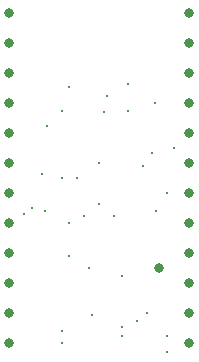
<source format=gbr>
%TF.GenerationSoftware,KiCad,Pcbnew,5.1.6+dfsg1-1~bpo10+1*%
%TF.CreationDate,Date%
%TF.ProjectId,ProMicro_LOG,50726f4d-6963-4726-9f5f-4c4f472e6b69,v1.2*%
%TF.SameCoordinates,Original*%
%TF.FileFunction,Plated,1,2,PTH,Drill*%
%TF.FilePolarity,Positive*%
%FSLAX46Y46*%
G04 Gerber Fmt 4.6, Leading zero omitted, Abs format (unit mm)*
G04 Created by KiCad*
%MOMM*%
%LPD*%
G01*
G04 APERTURE LIST*
%TA.AperFunction,ViaDrill*%
%ADD10C,0.200000*%
%TD*%
%TA.AperFunction,ViaDrill*%
%ADD11C,0.300000*%
%TD*%
%TA.AperFunction,ComponentDrill*%
%ADD12C,0.800000*%
%TD*%
G04 APERTURE END LIST*
D10*
X1270000Y-17018000D03*
X2794000Y-13589000D03*
X3048000Y-16764000D03*
X3175000Y-9525000D03*
X4445000Y-8255000D03*
X4445000Y-13970000D03*
X4445000Y-27940000D03*
X4445006Y-26924000D03*
X5080000Y-6223000D03*
X5080000Y-17780000D03*
X5080000Y-20574000D03*
X5715000Y-13970000D03*
X6350000Y-17145000D03*
X6731000Y-21590000D03*
X6985000Y-25527000D03*
X7620000Y-12700000D03*
X7620000Y-16129000D03*
X8001000Y-8382000D03*
X8890000Y-17145000D03*
X9499408Y-27330596D03*
X9525000Y-22240010D03*
X9525000Y-26543000D03*
X10033000Y-5969000D03*
X10033000Y-8255000D03*
X10794980Y-26034980D03*
X11303000Y-12954000D03*
X11684000Y-25400000D03*
X12065000Y-11811000D03*
X12446000Y-16764000D03*
X13335000Y-15240000D03*
X13335000Y-27305000D03*
X13335000Y-28702000D03*
X13970000Y-11430000D03*
D11*
X1905000Y-16510000D03*
X8255000Y-6985000D03*
X12319000Y-7620000D03*
D12*
%TO.C,A1*%
X0Y0D03*
X0Y-2540000D03*
X0Y-5080000D03*
X0Y-7620000D03*
X0Y-10160000D03*
X0Y-12700000D03*
X0Y-15240000D03*
X0Y-17780000D03*
X0Y-20320000D03*
X0Y-22860000D03*
X0Y-25400000D03*
X0Y-27940000D03*
X15240000Y0D03*
X15240000Y-2540000D03*
X15240000Y-5080000D03*
X15240000Y-7620000D03*
X15240000Y-10160000D03*
X15240000Y-12700000D03*
X15240000Y-15240000D03*
X15240000Y-17780000D03*
X15240000Y-20320000D03*
X15240000Y-22860000D03*
X15240000Y-25400000D03*
X15240000Y-27940000D03*
%TO.C,TP1*%
X12700000Y-21590000D03*
M02*

</source>
